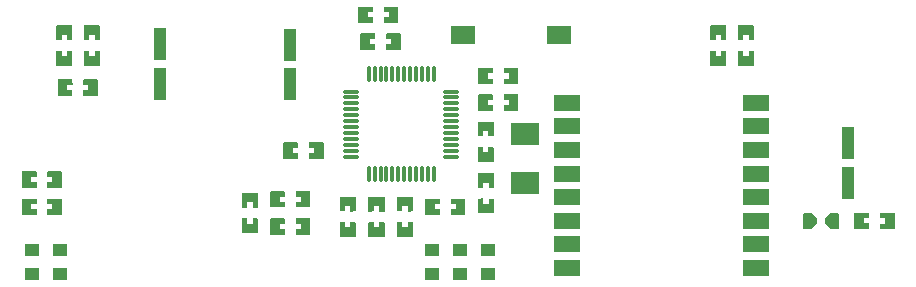
<source format=gtp>
G04*
G04 #@! TF.GenerationSoftware,Altium Limited,Altium Designer,24.1.2 (44)*
G04*
G04 Layer_Color=8421504*
%FSTAX24Y24*%
%MOIN*%
G70*
G04*
G04 #@! TF.SameCoordinates,D42F5CEB-65A2-4495-9315-5EDE3D0C892D*
G04*
G04*
G04 #@! TF.FilePolarity,Positive*
G04*
G01*
G75*
%ADD18R,0.0433X0.1102*%
%ADD19R,0.0492X0.0433*%
%ADD20R,0.0787X0.0591*%
%ADD21O,0.0591X0.0106*%
%ADD22O,0.0106X0.0591*%
%ADD23R,0.0866X0.0551*%
%ADD24R,0.0945X0.0748*%
G36*
X014976Y009532D02*
Y009028D01*
X014956Y009008D01*
X014503D01*
X014483Y009028D01*
X014483Y009193D01*
X014659D01*
Y009371D01*
X014485D01*
X014483Y009532D01*
X014503Y009552D01*
X014956D01*
X014976Y009532D01*
D02*
G37*
G36*
X014129D02*
X014131Y009371D01*
X013954D01*
Y009193D01*
X014127D01*
X014129Y009028D01*
X014109Y009008D01*
X013657D01*
X013637Y009028D01*
Y009532D01*
X013657Y009552D01*
X014109D01*
X014129Y009532D01*
D02*
G37*
G36*
X026832Y008906D02*
Y008453D01*
X026812Y008433D01*
X026651Y008431D01*
Y008609D01*
X026473D01*
Y008435D01*
X026308Y008433D01*
X026288Y008453D01*
Y008906D01*
X026308Y008926D01*
X026812D01*
X026832Y008906D01*
D02*
G37*
G36*
X025912D02*
Y008453D01*
X025892Y008433D01*
X025731Y008431D01*
Y008609D01*
X025553D01*
Y008435D01*
X025388Y008433D01*
X025368Y008453D01*
Y008906D01*
X025388Y008926D01*
X025892D01*
X025912Y008906D01*
D02*
G37*
G36*
X005032D02*
Y008453D01*
X005012Y008433D01*
X004851Y008431D01*
Y008609D01*
X004673D01*
Y008435D01*
X004508Y008433D01*
X004488Y008453D01*
Y008906D01*
X004508Y008926D01*
X005012D01*
X005032Y008906D01*
D02*
G37*
G36*
X004112D02*
Y008453D01*
X004092Y008433D01*
X003931Y008431D01*
Y008609D01*
X003753D01*
Y008435D01*
X003588Y008433D01*
X003568Y008453D01*
Y008906D01*
X003588Y008926D01*
X004092D01*
X004112Y008906D01*
D02*
G37*
G36*
X015055Y008642D02*
Y008138D01*
X015035Y008118D01*
X014583D01*
X014563Y008138D01*
X014561Y008299D01*
X014738D01*
Y008477D01*
X014565D01*
X014563Y008642D01*
X014583Y008662D01*
X015035D01*
X015055Y008642D01*
D02*
G37*
G36*
X014205Y008642D02*
X014207Y008481D01*
X014029D01*
Y008303D01*
X014203D01*
X014205Y008138D01*
X014185Y008118D01*
X013732D01*
X013712Y008138D01*
Y008642D01*
X013732Y008662D01*
X014185D01*
X014205Y008642D01*
D02*
G37*
G36*
X026832Y008059D02*
Y007607D01*
X026812Y007587D01*
X026308D01*
X026288Y007607D01*
Y008059D01*
X026308Y008079D01*
X026473Y008079D01*
Y007904D01*
X026651D01*
Y008077D01*
X026812Y008079D01*
X026832Y008059D01*
D02*
G37*
G36*
X025912D02*
Y007607D01*
X025892Y007587D01*
X025388D01*
X025368Y007607D01*
Y008059D01*
X025388Y008079D01*
X025553Y008079D01*
Y007904D01*
X025731D01*
Y008077D01*
X025892Y008079D01*
X025912Y008059D01*
D02*
G37*
G36*
X005032D02*
Y007607D01*
X005012Y007587D01*
X004508D01*
X004488Y007607D01*
Y008059D01*
X004508Y008079D01*
X004673Y008079D01*
Y007904D01*
X004851D01*
Y008077D01*
X005012Y008079D01*
X005032Y008059D01*
D02*
G37*
G36*
X004112D02*
Y007607D01*
X004092Y007587D01*
X003588D01*
X003568Y007607D01*
Y008059D01*
X003588Y008079D01*
X003753Y008079D01*
Y007904D01*
X003931D01*
Y008077D01*
X004092Y008079D01*
X004112Y008059D01*
D02*
G37*
G36*
X018978Y007492D02*
Y006988D01*
X018958Y006968D01*
X018505D01*
X018485Y006988D01*
X018483Y007149D01*
X018661D01*
Y007327D01*
X018487D01*
X018485Y007492D01*
X018505Y007512D01*
X018958D01*
X018978Y007492D01*
D02*
G37*
G36*
X018127Y007492D02*
X018129Y007331D01*
X017952D01*
Y007153D01*
X018125D01*
X018127Y006988D01*
X018107Y006968D01*
X017655D01*
X017635Y006988D01*
Y007492D01*
X017655Y007512D01*
X018107D01*
X018127Y007492D01*
D02*
G37*
G36*
X004965Y007112D02*
Y006608D01*
X004945Y006588D01*
X004493D01*
X004473Y006608D01*
X004471Y006769D01*
X004648D01*
Y006947D01*
X004475D01*
X004473Y007112D01*
X004493Y007132D01*
X004945D01*
X004965Y007112D01*
D02*
G37*
G36*
X004115Y007112D02*
X004117Y006951D01*
X003939D01*
Y006773D01*
X004113D01*
X004115Y006608D01*
X004095Y006588D01*
X003642D01*
X003622Y006608D01*
Y007112D01*
X003642Y007132D01*
X004095D01*
X004115Y007112D01*
D02*
G37*
G36*
X018978Y006602D02*
Y006098D01*
X018958Y006078D01*
X018505D01*
X018485Y006098D01*
X018483Y006259D01*
X018661D01*
Y006437D01*
X018487D01*
X018485Y006602D01*
X018505Y006622D01*
X018958D01*
X018978Y006602D01*
D02*
G37*
G36*
X018127Y006602D02*
X018129Y006441D01*
X017952D01*
Y006263D01*
X018125D01*
X018127Y006098D01*
X018107Y006078D01*
X017655D01*
X017635Y006098D01*
Y006602D01*
X017655Y006622D01*
X018107D01*
X018127Y006602D01*
D02*
G37*
G36*
X018162Y005698D02*
Y005245D01*
X018142Y005225D01*
X017981Y005223D01*
Y005401D01*
X017803D01*
Y005227D01*
X017638Y005225D01*
X017618Y005245D01*
Y005698D01*
X017638Y005718D01*
X018142D01*
X018162Y005698D01*
D02*
G37*
G36*
X012485Y005012D02*
Y004508D01*
X012465Y004488D01*
X012013D01*
X011993Y004508D01*
X011991Y004669D01*
X012168D01*
Y004847D01*
X011995D01*
X011993Y005012D01*
X012013Y005032D01*
X012465D01*
X012485Y005012D01*
D02*
G37*
G36*
X011635Y005012D02*
X011637Y004851D01*
X011459D01*
Y004673D01*
X011633D01*
X011635Y004508D01*
X011615Y004488D01*
X011162D01*
X011142Y004508D01*
Y005012D01*
X011162Y005032D01*
X011615D01*
X011635Y005012D01*
D02*
G37*
G36*
X017799Y004692D02*
X017977D01*
Y004865D01*
X018142Y004867D01*
X018162Y004847D01*
Y004395D01*
X018142Y004375D01*
X017638D01*
X017618Y004395D01*
Y004847D01*
X017638Y004867D01*
X017799Y004869D01*
Y004692D01*
D02*
G37*
G36*
X003766Y004042D02*
Y003538D01*
X003746Y003518D01*
X003293D01*
X003273Y003538D01*
X003273Y003703D01*
X003449D01*
Y003881D01*
X003275D01*
X003273Y004042D01*
X003293Y004062D01*
X003746D01*
X003766Y004042D01*
D02*
G37*
G36*
X002919D02*
X002921Y003881D01*
X002744D01*
Y003703D01*
X002917D01*
X002919Y003538D01*
X002899Y003518D01*
X002447D01*
X002427Y003538D01*
Y004042D01*
X002447Y004062D01*
X002899D01*
X002919Y004042D01*
D02*
G37*
G36*
X018172Y003985D02*
Y003533D01*
X018152Y003513D01*
X017991Y003511D01*
Y003688D01*
X017813D01*
Y003515D01*
X017648Y003513D01*
X017628Y003533D01*
Y003985D01*
X017648Y004005D01*
X018152D01*
X018172Y003985D01*
D02*
G37*
G36*
X012043Y003382D02*
Y002878D01*
X012023Y002858D01*
X011571D01*
X011551Y002878D01*
X011551Y003043D01*
X011726D01*
Y003221D01*
X011553D01*
X011551Y003382D01*
X011571Y003402D01*
X012023D01*
X012043Y003382D01*
D02*
G37*
G36*
X011197D02*
X011199Y003221D01*
X011021D01*
Y003043D01*
X011195D01*
X011197Y002878D01*
X011177Y002858D01*
X010724D01*
X010704Y002878D01*
Y003382D01*
X010724Y003402D01*
X011177D01*
X011197Y003382D01*
D02*
G37*
G36*
X010302Y003325D02*
Y002873D01*
X010282Y002853D01*
X010121Y002851D01*
Y003028D01*
X009943D01*
Y002855D01*
X009778Y002853D01*
X009758Y002873D01*
Y003325D01*
X009778Y003345D01*
X010282D01*
X010302Y003325D01*
D02*
G37*
G36*
X01547Y003196D02*
Y002743D01*
X015451Y002723D01*
X015289Y002721D01*
Y002899D01*
X015112D01*
Y002725D01*
X014947Y002723D01*
X014927Y002743D01*
Y003196D01*
X014947Y003216D01*
X015451D01*
X01547Y003196D01*
D02*
G37*
G36*
X013562D02*
Y002743D01*
X013542Y002723D01*
X013381Y002721D01*
Y002899D01*
X013203D01*
Y002725D01*
X013038Y002723D01*
X013018Y002743D01*
Y003196D01*
X013038Y003216D01*
X013542D01*
X013562Y003196D01*
D02*
G37*
G36*
X014517Y003193D02*
Y002741D01*
X014497Y002721D01*
X014336Y002719D01*
Y002896D01*
X014158D01*
Y002723D01*
X013993Y002721D01*
X013973Y002741D01*
Y003193D01*
X013993Y003213D01*
X014497D01*
X014517Y003193D01*
D02*
G37*
G36*
X017809Y002979D02*
X017987D01*
Y003153D01*
X018152Y003155D01*
X018172Y003135D01*
Y002682D01*
X018152Y002662D01*
X017648D01*
X017628Y002682D01*
Y003135D01*
X017648Y003155D01*
X017809Y003157D01*
Y002979D01*
D02*
G37*
G36*
X017215Y003132D02*
Y002628D01*
X017195Y002608D01*
X016743D01*
X016723Y002628D01*
X016721Y002789D01*
X016898D01*
Y002967D01*
X016725D01*
X016723Y003132D01*
X016743Y003152D01*
X017195D01*
X017215Y003132D01*
D02*
G37*
G36*
X016365Y003132D02*
X016367Y002971D01*
X016189D01*
Y002793D01*
X016363D01*
X016365Y002628D01*
X016345Y002608D01*
X015892D01*
X015872Y002628D01*
Y003132D01*
X015892Y003152D01*
X016345D01*
X016365Y003132D01*
D02*
G37*
G36*
X003766D02*
Y002628D01*
X003746Y002608D01*
X003293D01*
X003273Y002628D01*
X003273Y002793D01*
X003449D01*
Y002971D01*
X003275D01*
X003273Y003132D01*
X003293Y003152D01*
X003746D01*
X003766Y003132D01*
D02*
G37*
G36*
X002919D02*
X002921Y002971D01*
X002744D01*
Y002793D01*
X002917D01*
X002919Y002628D01*
X002899Y002608D01*
X002447D01*
X002427Y002628D01*
Y003132D01*
X002447Y003152D01*
X002899D01*
X002919Y003132D01*
D02*
G37*
G36*
X01547Y002349D02*
Y001897D01*
X015451Y001877D01*
X014947D01*
X014927Y001897D01*
Y002349D01*
X014947Y002369D01*
X015112Y002369D01*
Y002194D01*
X015289D01*
Y002367D01*
X015451Y002369D01*
X01547Y002349D01*
D02*
G37*
G36*
X013562D02*
Y001897D01*
X013542Y001877D01*
X013038D01*
X013018Y001897D01*
Y002349D01*
X013038Y002369D01*
X013203Y002369D01*
Y002194D01*
X013381D01*
Y002367D01*
X013542Y002369D01*
X013562Y002349D01*
D02*
G37*
G36*
X014517Y002347D02*
Y001894D01*
X014497Y001874D01*
X013993D01*
X013973Y001894D01*
Y002347D01*
X013993Y002367D01*
X014158Y002367D01*
Y002191D01*
X014336D01*
Y002365D01*
X014497Y002367D01*
X014517Y002347D01*
D02*
G37*
G36*
X029674Y002642D02*
Y002178D01*
X029634Y002139D01*
X029364D01*
X029212Y002323D01*
Y002497D01*
X029364Y002681D01*
X029634D01*
X029674Y002642D01*
D02*
G37*
G36*
X028929Y002497D02*
Y002323D01*
X028777Y002139D01*
X028506D01*
X028467Y002178D01*
Y002642D01*
X028506Y002681D01*
X028777D01*
X028929Y002497D01*
D02*
G37*
G36*
X031525Y002662D02*
Y002158D01*
X031505Y002138D01*
X031053D01*
X031033Y002158D01*
X031031Y002319D01*
X031208D01*
Y002497D01*
X031035D01*
X031033Y002662D01*
X031053Y002682D01*
X031505D01*
X031525Y002662D01*
D02*
G37*
G36*
X030675Y002662D02*
X030677Y002501D01*
X030499D01*
Y002323D01*
X030673D01*
X030675Y002158D01*
X030655Y002138D01*
X030202D01*
X030182Y002158D01*
Y002662D01*
X030202Y002682D01*
X030655D01*
X030675Y002662D01*
D02*
G37*
G36*
X009939Y002319D02*
X010117D01*
Y002493D01*
X010282Y002495D01*
X010302Y002475D01*
Y002022D01*
X010282Y002002D01*
X009778D01*
X009758Y002022D01*
Y002475D01*
X009778Y002495D01*
X009939Y002497D01*
Y002319D01*
D02*
G37*
G36*
X012043Y002472D02*
Y001968D01*
X012023Y001948D01*
X011571D01*
X011551Y001968D01*
X011551Y002133D01*
X011726D01*
Y002311D01*
X011553D01*
X011551Y002472D01*
X011571Y002492D01*
X012023D01*
X012043Y002472D01*
D02*
G37*
G36*
X011197D02*
X011199Y002311D01*
X011021D01*
Y002133D01*
X011195D01*
X011197Y001968D01*
X011177Y001948D01*
X010724D01*
X010704Y001968D01*
Y002472D01*
X010724Y002492D01*
X011177D01*
X011197Y002472D01*
D02*
G37*
D18*
X00704Y00829D02*
D03*
Y006983D02*
D03*
X01136Y008287D02*
D03*
Y00698D02*
D03*
X02995Y003683D02*
D03*
Y00499D02*
D03*
D19*
X01609Y00065D02*
D03*
Y00145D02*
D03*
X01703Y00065D02*
D03*
Y00145D02*
D03*
X00275Y00065D02*
D03*
Y00145D02*
D03*
X0037Y00065D02*
D03*
Y00145D02*
D03*
X01797Y00065D02*
D03*
Y00145D02*
D03*
D20*
X020348Y00862D02*
D03*
X01712D02*
D03*
D21*
X016745Y004554D02*
D03*
Y004751D02*
D03*
Y004948D02*
D03*
Y005145D02*
D03*
Y005342D02*
D03*
Y005538D02*
D03*
Y005735D02*
D03*
Y005932D02*
D03*
Y006129D02*
D03*
Y006326D02*
D03*
Y006523D02*
D03*
Y00672D02*
D03*
X013398D02*
D03*
Y006523D02*
D03*
Y006326D02*
D03*
Y006129D02*
D03*
Y005932D02*
D03*
Y005735D02*
D03*
Y005538D02*
D03*
Y005342D02*
D03*
Y005145D02*
D03*
Y004948D02*
D03*
Y004751D02*
D03*
Y004554D02*
D03*
D22*
X016154Y00731D02*
D03*
X015957Y00731D02*
D03*
X015761Y00731D02*
D03*
X015564Y00731D02*
D03*
X015367Y00731D02*
D03*
X01517Y00731D02*
D03*
X014973Y00731D02*
D03*
X014776Y00731D02*
D03*
X014579Y00731D02*
D03*
X014383Y00731D02*
D03*
X014186Y00731D02*
D03*
X013989Y00731D02*
D03*
X013989Y003964D02*
D03*
X014186Y003964D02*
D03*
X014383Y003964D02*
D03*
X014579Y003964D02*
D03*
X014776Y003964D02*
D03*
X014973Y003964D02*
D03*
X01517Y003964D02*
D03*
X015367Y003964D02*
D03*
X015564Y003964D02*
D03*
X015761Y003964D02*
D03*
X015957Y003964D02*
D03*
X016154Y003964D02*
D03*
D23*
X020601Y000838D02*
D03*
Y001626D02*
D03*
Y002413D02*
D03*
Y0032D02*
D03*
Y003987D02*
D03*
Y004775D02*
D03*
Y005562D02*
D03*
Y00635D02*
D03*
X0269D02*
D03*
Y005562D02*
D03*
Y004775D02*
D03*
Y003987D02*
D03*
Y0032D02*
D03*
Y002413D02*
D03*
Y001625D02*
D03*
Y000838D02*
D03*
D24*
X0192Y0053D02*
D03*
Y003686D02*
D03*
M02*

</source>
